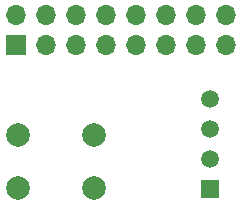
<source format=gbs>
%TF.GenerationSoftware,KiCad,Pcbnew,(5.1.8)-1*%
%TF.CreationDate,2020-12-07T12:25:25-05:00*%
%TF.ProjectId,Raspberry Pi HAT,52617370-6265-4727-9279-205069204841,1.0*%
%TF.SameCoordinates,Original*%
%TF.FileFunction,Soldermask,Bot*%
%TF.FilePolarity,Negative*%
%FSLAX46Y46*%
G04 Gerber Fmt 4.6, Leading zero omitted, Abs format (unit mm)*
G04 Created by KiCad (PCBNEW (5.1.8)-1) date 2020-12-07 12:25:25*
%MOMM*%
%LPD*%
G01*
G04 APERTURE LIST*
%ADD10C,2.000000*%
%ADD11R,1.500000X1.500000*%
%ADD12C,1.500000*%
%ADD13R,1.700000X1.700000*%
%ADD14O,1.700000X1.700000*%
G04 APERTURE END LIST*
D10*
%TO.C,SW1*%
X112522000Y-109148000D03*
X112522000Y-104648000D03*
X119022000Y-109148000D03*
X119022000Y-104648000D03*
%TD*%
D11*
%TO.C,U1*%
X128778000Y-109220000D03*
D12*
X128778000Y-106680000D03*
X128778000Y-104140000D03*
X128778000Y-101600000D03*
%TD*%
D13*
%TO.C,J1*%
X112395000Y-97028000D03*
D14*
X112395000Y-94488000D03*
X114935000Y-97028000D03*
X114935000Y-94488000D03*
X117475000Y-97028000D03*
X117475000Y-94488000D03*
X120015000Y-97028000D03*
X120015000Y-94488000D03*
X122555000Y-97028000D03*
X122555000Y-94488000D03*
X125095000Y-97028000D03*
X125095000Y-94488000D03*
X127635000Y-97028000D03*
X127635000Y-94488000D03*
X130175000Y-97028000D03*
X130175000Y-94488000D03*
%TD*%
M02*

</source>
